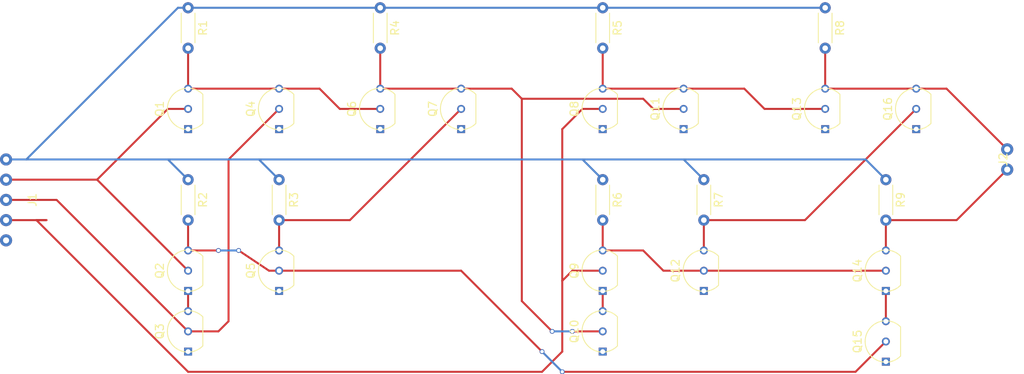
<source format=kicad_pcb>
(kicad_pcb (version 4) (host pcbnew 4.0.6)

  (general
    (links 43)
    (no_connects 0)
    (area 0 0 0 0)
    (thickness 1.6)
    (drawings 0)
    (tracks 95)
    (zones 0)
    (modules 27)
    (nets 31)
  )

  (page A4)
  (layers
    (0 F.Cu signal)
    (31 B.Cu signal)
    (32 B.Adhes user)
    (33 F.Adhes user)
    (34 B.Paste user)
    (35 F.Paste user)
    (36 B.SilkS user)
    (37 F.SilkS user)
    (38 B.Mask user)
    (39 F.Mask user)
    (40 Dwgs.User user)
    (41 Cmts.User user)
    (42 Eco1.User user)
    (43 Eco2.User user)
    (44 Edge.Cuts user)
    (45 Margin user)
    (46 B.CrtYd user)
    (47 F.CrtYd user)
    (48 B.Fab user)
    (49 F.Fab user)
  )

  (setup
    (last_trace_width 0.25)
    (trace_clearance 0.2)
    (zone_clearance 0.508)
    (zone_45_only no)
    (trace_min 0.2)
    (segment_width 0.2)
    (edge_width 0.15)
    (via_size 0.6)
    (via_drill 0.4)
    (via_min_size 0.4)
    (via_min_drill 0.3)
    (uvia_size 0.3)
    (uvia_drill 0.1)
    (uvias_allowed no)
    (uvia_min_size 0.2)
    (uvia_min_drill 0.1)
    (pcb_text_width 0.3)
    (pcb_text_size 1.5 1.5)
    (mod_edge_width 0.15)
    (mod_text_size 1 1)
    (mod_text_width 0.15)
    (pad_size 1.524 1.524)
    (pad_drill 0.762)
    (pad_to_mask_clearance 0.2)
    (aux_axis_origin 0 0)
    (visible_elements FFFFFF7F)
    (pcbplotparams
      (layerselection 0x00030_80000001)
      (usegerberextensions false)
      (excludeedgelayer true)
      (linewidth 0.100000)
      (plotframeref false)
      (viasonmask false)
      (mode 1)
      (useauxorigin false)
      (hpglpennumber 1)
      (hpglpenspeed 20)
      (hpglpendiameter 15)
      (hpglpenoverlay 2)
      (psnegative false)
      (psa4output false)
      (plotreference true)
      (plotvalue true)
      (plotinvisibletext false)
      (padsonsilk false)
      (subtractmaskfromsilk false)
      (outputformat 1)
      (mirror false)
      (drillshape 1)
      (scaleselection 1)
      (outputdirectory ""))
  )

  (net 0 "")
  (net 1 VCC)
  (net 2 /A)
  (net 3 /B)
  (net 4 /C)
  (net 5 "Net-(J1-Pad5)")
  (net 6 /CnorDnorCandD)
  (net 7 /Carry)
  (net 8 /AnorB)
  (net 9 "Net-(Q1-Pad1)")
  (net 10 /AnandB)
  (net 11 "Net-(Q2-Pad1)")
  (net 12 "Net-(Q3-Pad1)")
  (net 13 "Net-(Q4-Pad1)")
  (net 14 /AandB)
  (net 15 "Net-(Q5-Pad1)")
  (net 16 /AnorBnorAandB)
  (net 17 "Net-(Q6-Pad1)")
  (net 18 "Net-(Q7-Pad1)")
  (net 19 /CnorD)
  (net 20 "Net-(Q8-Pad1)")
  (net 21 /CnandD)
  (net 22 "Net-(Q10-Pad3)")
  (net 23 "Net-(Q10-Pad1)")
  (net 24 "Net-(Q11-Pad1)")
  (net 25 /CandD)
  (net 26 "Net-(Q12-Pad1)")
  (net 27 "Net-(Q13-Pad1)")
  (net 28 "Net-(Q14-Pad1)")
  (net 29 "Net-(Q15-Pad1)")
  (net 30 "Net-(Q16-Pad1)")

  (net_class Default "This is the default net class."
    (clearance 0.2)
    (trace_width 0.25)
    (via_dia 0.6)
    (via_drill 0.4)
    (uvia_dia 0.3)
    (uvia_drill 0.1)
    (add_net /A)
    (add_net /AandB)
    (add_net /AnandB)
    (add_net /AnorB)
    (add_net /AnorBnorAandB)
    (add_net /B)
    (add_net /C)
    (add_net /CandD)
    (add_net /Carry)
    (add_net /CnandD)
    (add_net /CnorD)
    (add_net /CnorDnorCandD)
    (add_net "Net-(J1-Pad5)")
    (add_net "Net-(Q1-Pad1)")
    (add_net "Net-(Q10-Pad1)")
    (add_net "Net-(Q10-Pad3)")
    (add_net "Net-(Q11-Pad1)")
    (add_net "Net-(Q12-Pad1)")
    (add_net "Net-(Q13-Pad1)")
    (add_net "Net-(Q14-Pad1)")
    (add_net "Net-(Q15-Pad1)")
    (add_net "Net-(Q16-Pad1)")
    (add_net "Net-(Q2-Pad1)")
    (add_net "Net-(Q3-Pad1)")
    (add_net "Net-(Q4-Pad1)")
    (add_net "Net-(Q5-Pad1)")
    (add_net "Net-(Q6-Pad1)")
    (add_net "Net-(Q7-Pad1)")
    (add_net "Net-(Q8-Pad1)")
    (add_net VCC)
  )

  (module emlun:J5-5_pole_connector (layer F.Cu) (tedit 59B9AE49) (tstamp 59B9C090)
    (at 68.58 86.36 270)
    (path /59BA8FD2)
    (fp_text reference J1 (at 0 0.5 270) (layer F.SilkS)
      (effects (font (size 1 1) (thickness 0.15)))
    )
    (fp_text value J5-5_pole_connector (at 0 -0.5 270) (layer F.Fab)
      (effects (font (size 1 1) (thickness 0.15)))
    )
    (pad 1 thru_hole circle (at -5.08 3.81 270) (size 1.524 1.524) (drill 0.762) (layers *.Cu *.Mask)
      (net 1 VCC))
    (pad 2 thru_hole circle (at -2.54 3.81 270) (size 1.524 1.524) (drill 0.762) (layers *.Cu *.Mask)
      (net 2 /A))
    (pad 3 thru_hole circle (at 0 3.81 270) (size 1.524 1.524) (drill 0.762) (layers *.Cu *.Mask)
      (net 3 /B))
    (pad 4 thru_hole circle (at 2.54 3.81 270) (size 1.524 1.524) (drill 0.762) (layers *.Cu *.Mask)
      (net 4 /C))
    (pad 5 thru_hole circle (at 5.08 3.81 270) (size 1.524 1.524) (drill 0.762) (layers *.Cu *.Mask)
      (net 5 "Net-(J1-Pad5)"))
  )

  (module emlun:J2-2_pole_connector (layer F.Cu) (tedit 59B9B8B6) (tstamp 59B9C096)
    (at 190.5 81.28 270)
    (path /59BA53D9)
    (fp_text reference J2 (at 0 0.5 270) (layer F.SilkS)
      (effects (font (size 1 1) (thickness 0.15)))
    )
    (fp_text value J2-2_pole_connector (at 0 -1.27 270) (layer F.Fab)
      (effects (font (size 1 1) (thickness 0.15)))
    )
    (pad 1 thru_hole circle (at -1.27 0 270) (size 1.524 1.524) (drill 0.762) (layers *.Cu *.Mask)
      (net 6 /CnorDnorCandD))
    (pad 2 thru_hole circle (at 1.27 0 270) (size 1.524 1.524) (drill 0.762) (layers *.Cu *.Mask)
      (net 7 /Carry))
  )

  (module electrokit:TO-92_Molded_Wide_Inline (layer F.Cu) (tedit 59B9A8DA) (tstamp 59B9C09D)
    (at 87.63 76.2 90)
    (descr "TO-92 leads molded, narrow, drill 0.6mm (see NXP sot054_po.pdf)")
    (tags "to-92 sc-43 sc-43a sot54 PA33 transistor")
    (path /59B9B09E)
    (fp_text reference Q1 (at 1.27 -3.56 90) (layer F.SilkS)
      (effects (font (size 1 1) (thickness 0.15)))
    )
    (fp_text value 2N7000 (at 1.27 2.79 90) (layer F.Fab)
      (effects (font (size 1 1) (thickness 0.15)))
    )
    (fp_text user %R (at 1.27 -3.56 90) (layer F.Fab)
      (effects (font (size 1 1) (thickness 0.15)))
    )
    (fp_line (start -0.53 1.85) (end 3.07 1.85) (layer F.SilkS) (width 0.12))
    (fp_line (start -0.5 1.75) (end 3 1.75) (layer F.Fab) (width 0.1))
    (fp_line (start -1.46 -2.73) (end 4 -2.73) (layer F.CrtYd) (width 0.05))
    (fp_line (start -1.46 -2.73) (end -1.46 2.01) (layer F.CrtYd) (width 0.05))
    (fp_line (start 4 2.01) (end 4 -2.73) (layer F.CrtYd) (width 0.05))
    (fp_line (start 4 2.01) (end -1.46 2.01) (layer F.CrtYd) (width 0.05))
    (fp_arc (start 1.27 0) (end 1.27 -2.48) (angle 135) (layer F.Fab) (width 0.1))
    (fp_arc (start 1.27 0) (end 1.27 -2.6) (angle -135) (layer F.SilkS) (width 0.12))
    (fp_arc (start 1.27 0) (end 1.27 -2.48) (angle -135) (layer F.Fab) (width 0.1))
    (fp_arc (start 1.27 0) (end 1.27 -2.6) (angle 135) (layer F.SilkS) (width 0.12))
    (pad 2 thru_hole circle (at 1.27 0 180) (size 1 1) (drill 0.6) (layers *.Cu *.Mask)
      (net 2 /A))
    (pad 3 thru_hole circle (at 3.81 0 180) (size 1 1) (drill 0.6) (layers *.Cu *.Mask)
      (net 8 /AnorB))
    (pad 1 thru_hole rect (at -1.27 0 180) (size 1 1) (drill 0.6) (layers *.Cu *.Mask)
      (net 9 "Net-(Q1-Pad1)"))
    (model ${KISYS3DMOD}/TO_SOT_Packages_THT.3dshapes/TO-92_Molded_Narrow.wrl
      (at (xyz 0.05 0 0))
      (scale (xyz 1 1 1))
      (rotate (xyz 0 0 -90))
    )
  )

  (module electrokit:TO-92_Molded_Wide_Inline (layer F.Cu) (tedit 59B9A8DA) (tstamp 59B9C0A4)
    (at 87.63 96.52 90)
    (descr "TO-92 leads molded, narrow, drill 0.6mm (see NXP sot054_po.pdf)")
    (tags "to-92 sc-43 sc-43a sot54 PA33 transistor")
    (path /59B9B177)
    (fp_text reference Q2 (at 1.27 -3.56 90) (layer F.SilkS)
      (effects (font (size 1 1) (thickness 0.15)))
    )
    (fp_text value 2N7000 (at 1.27 2.79 90) (layer F.Fab)
      (effects (font (size 1 1) (thickness 0.15)))
    )
    (fp_text user %R (at 1.27 -3.56 90) (layer F.Fab)
      (effects (font (size 1 1) (thickness 0.15)))
    )
    (fp_line (start -0.53 1.85) (end 3.07 1.85) (layer F.SilkS) (width 0.12))
    (fp_line (start -0.5 1.75) (end 3 1.75) (layer F.Fab) (width 0.1))
    (fp_line (start -1.46 -2.73) (end 4 -2.73) (layer F.CrtYd) (width 0.05))
    (fp_line (start -1.46 -2.73) (end -1.46 2.01) (layer F.CrtYd) (width 0.05))
    (fp_line (start 4 2.01) (end 4 -2.73) (layer F.CrtYd) (width 0.05))
    (fp_line (start 4 2.01) (end -1.46 2.01) (layer F.CrtYd) (width 0.05))
    (fp_arc (start 1.27 0) (end 1.27 -2.48) (angle 135) (layer F.Fab) (width 0.1))
    (fp_arc (start 1.27 0) (end 1.27 -2.6) (angle -135) (layer F.SilkS) (width 0.12))
    (fp_arc (start 1.27 0) (end 1.27 -2.48) (angle -135) (layer F.Fab) (width 0.1))
    (fp_arc (start 1.27 0) (end 1.27 -2.6) (angle 135) (layer F.SilkS) (width 0.12))
    (pad 2 thru_hole circle (at 1.27 0 180) (size 1 1) (drill 0.6) (layers *.Cu *.Mask)
      (net 2 /A))
    (pad 3 thru_hole circle (at 3.81 0 180) (size 1 1) (drill 0.6) (layers *.Cu *.Mask)
      (net 10 /AnandB))
    (pad 1 thru_hole rect (at -1.27 0 180) (size 1 1) (drill 0.6) (layers *.Cu *.Mask)
      (net 11 "Net-(Q2-Pad1)"))
    (model ${KISYS3DMOD}/TO_SOT_Packages_THT.3dshapes/TO-92_Molded_Narrow.wrl
      (at (xyz 0.05 0 0))
      (scale (xyz 1 1 1))
      (rotate (xyz 0 0 -90))
    )
  )

  (module electrokit:TO-92_Molded_Wide_Inline (layer F.Cu) (tedit 59B9A8DA) (tstamp 59B9C0AB)
    (at 87.63 104.14 90)
    (descr "TO-92 leads molded, narrow, drill 0.6mm (see NXP sot054_po.pdf)")
    (tags "to-92 sc-43 sc-43a sot54 PA33 transistor")
    (path /59B9B194)
    (fp_text reference Q3 (at 1.27 -3.56 90) (layer F.SilkS)
      (effects (font (size 1 1) (thickness 0.15)))
    )
    (fp_text value 2N7000 (at 1.27 2.79 90) (layer F.Fab)
      (effects (font (size 1 1) (thickness 0.15)))
    )
    (fp_text user %R (at 1.27 -3.56 90) (layer F.Fab)
      (effects (font (size 1 1) (thickness 0.15)))
    )
    (fp_line (start -0.53 1.85) (end 3.07 1.85) (layer F.SilkS) (width 0.12))
    (fp_line (start -0.5 1.75) (end 3 1.75) (layer F.Fab) (width 0.1))
    (fp_line (start -1.46 -2.73) (end 4 -2.73) (layer F.CrtYd) (width 0.05))
    (fp_line (start -1.46 -2.73) (end -1.46 2.01) (layer F.CrtYd) (width 0.05))
    (fp_line (start 4 2.01) (end 4 -2.73) (layer F.CrtYd) (width 0.05))
    (fp_line (start 4 2.01) (end -1.46 2.01) (layer F.CrtYd) (width 0.05))
    (fp_arc (start 1.27 0) (end 1.27 -2.48) (angle 135) (layer F.Fab) (width 0.1))
    (fp_arc (start 1.27 0) (end 1.27 -2.6) (angle -135) (layer F.SilkS) (width 0.12))
    (fp_arc (start 1.27 0) (end 1.27 -2.48) (angle -135) (layer F.Fab) (width 0.1))
    (fp_arc (start 1.27 0) (end 1.27 -2.6) (angle 135) (layer F.SilkS) (width 0.12))
    (pad 2 thru_hole circle (at 1.27 0 180) (size 1 1) (drill 0.6) (layers *.Cu *.Mask)
      (net 3 /B))
    (pad 3 thru_hole circle (at 3.81 0 180) (size 1 1) (drill 0.6) (layers *.Cu *.Mask)
      (net 11 "Net-(Q2-Pad1)"))
    (pad 1 thru_hole rect (at -1.27 0 180) (size 1 1) (drill 0.6) (layers *.Cu *.Mask)
      (net 12 "Net-(Q3-Pad1)"))
    (model ${KISYS3DMOD}/TO_SOT_Packages_THT.3dshapes/TO-92_Molded_Narrow.wrl
      (at (xyz 0.05 0 0))
      (scale (xyz 1 1 1))
      (rotate (xyz 0 0 -90))
    )
  )

  (module electrokit:TO-92_Molded_Wide_Inline (layer F.Cu) (tedit 59B9A8DA) (tstamp 59B9C0B2)
    (at 99.06 76.2 90)
    (descr "TO-92 leads molded, narrow, drill 0.6mm (see NXP sot054_po.pdf)")
    (tags "to-92 sc-43 sc-43a sot54 PA33 transistor")
    (path /59B9B1BD)
    (fp_text reference Q4 (at 1.27 -3.56 90) (layer F.SilkS)
      (effects (font (size 1 1) (thickness 0.15)))
    )
    (fp_text value 2N7000 (at 1.27 2.79 90) (layer F.Fab)
      (effects (font (size 1 1) (thickness 0.15)))
    )
    (fp_text user %R (at 1.27 -3.56 90) (layer F.Fab)
      (effects (font (size 1 1) (thickness 0.15)))
    )
    (fp_line (start -0.53 1.85) (end 3.07 1.85) (layer F.SilkS) (width 0.12))
    (fp_line (start -0.5 1.75) (end 3 1.75) (layer F.Fab) (width 0.1))
    (fp_line (start -1.46 -2.73) (end 4 -2.73) (layer F.CrtYd) (width 0.05))
    (fp_line (start -1.46 -2.73) (end -1.46 2.01) (layer F.CrtYd) (width 0.05))
    (fp_line (start 4 2.01) (end 4 -2.73) (layer F.CrtYd) (width 0.05))
    (fp_line (start 4 2.01) (end -1.46 2.01) (layer F.CrtYd) (width 0.05))
    (fp_arc (start 1.27 0) (end 1.27 -2.48) (angle 135) (layer F.Fab) (width 0.1))
    (fp_arc (start 1.27 0) (end 1.27 -2.6) (angle -135) (layer F.SilkS) (width 0.12))
    (fp_arc (start 1.27 0) (end 1.27 -2.48) (angle -135) (layer F.Fab) (width 0.1))
    (fp_arc (start 1.27 0) (end 1.27 -2.6) (angle 135) (layer F.SilkS) (width 0.12))
    (pad 2 thru_hole circle (at 1.27 0 180) (size 1 1) (drill 0.6) (layers *.Cu *.Mask)
      (net 3 /B))
    (pad 3 thru_hole circle (at 3.81 0 180) (size 1 1) (drill 0.6) (layers *.Cu *.Mask)
      (net 8 /AnorB))
    (pad 1 thru_hole rect (at -1.27 0 180) (size 1 1) (drill 0.6) (layers *.Cu *.Mask)
      (net 13 "Net-(Q4-Pad1)"))
    (model ${KISYS3DMOD}/TO_SOT_Packages_THT.3dshapes/TO-92_Molded_Narrow.wrl
      (at (xyz 0.05 0 0))
      (scale (xyz 1 1 1))
      (rotate (xyz 0 0 -90))
    )
  )

  (module electrokit:TO-92_Molded_Wide_Inline (layer F.Cu) (tedit 59B9A8DA) (tstamp 59B9C0B9)
    (at 99.06 96.52 90)
    (descr "TO-92 leads molded, narrow, drill 0.6mm (see NXP sot054_po.pdf)")
    (tags "to-92 sc-43 sc-43a sot54 PA33 transistor")
    (path /59B9B1E6)
    (fp_text reference Q5 (at 1.27 -3.56 90) (layer F.SilkS)
      (effects (font (size 1 1) (thickness 0.15)))
    )
    (fp_text value 2N7000 (at 1.27 2.79 90) (layer F.Fab)
      (effects (font (size 1 1) (thickness 0.15)))
    )
    (fp_text user %R (at 1.27 -3.56 90) (layer F.Fab)
      (effects (font (size 1 1) (thickness 0.15)))
    )
    (fp_line (start -0.53 1.85) (end 3.07 1.85) (layer F.SilkS) (width 0.12))
    (fp_line (start -0.5 1.75) (end 3 1.75) (layer F.Fab) (width 0.1))
    (fp_line (start -1.46 -2.73) (end 4 -2.73) (layer F.CrtYd) (width 0.05))
    (fp_line (start -1.46 -2.73) (end -1.46 2.01) (layer F.CrtYd) (width 0.05))
    (fp_line (start 4 2.01) (end 4 -2.73) (layer F.CrtYd) (width 0.05))
    (fp_line (start 4 2.01) (end -1.46 2.01) (layer F.CrtYd) (width 0.05))
    (fp_arc (start 1.27 0) (end 1.27 -2.48) (angle 135) (layer F.Fab) (width 0.1))
    (fp_arc (start 1.27 0) (end 1.27 -2.6) (angle -135) (layer F.SilkS) (width 0.12))
    (fp_arc (start 1.27 0) (end 1.27 -2.48) (angle -135) (layer F.Fab) (width 0.1))
    (fp_arc (start 1.27 0) (end 1.27 -2.6) (angle 135) (layer F.SilkS) (width 0.12))
    (pad 2 thru_hole circle (at 1.27 0 180) (size 1 1) (drill 0.6) (layers *.Cu *.Mask)
      (net 10 /AnandB))
    (pad 3 thru_hole circle (at 3.81 0 180) (size 1 1) (drill 0.6) (layers *.Cu *.Mask)
      (net 14 /AandB))
    (pad 1 thru_hole rect (at -1.27 0 180) (size 1 1) (drill 0.6) (layers *.Cu *.Mask)
      (net 15 "Net-(Q5-Pad1)"))
    (model ${KISYS3DMOD}/TO_SOT_Packages_THT.3dshapes/TO-92_Molded_Narrow.wrl
      (at (xyz 0.05 0 0))
      (scale (xyz 1 1 1))
      (rotate (xyz 0 0 -90))
    )
  )

  (module electrokit:TO-92_Molded_Wide_Inline (layer F.Cu) (tedit 59B9A8DA) (tstamp 59B9C0C0)
    (at 111.76 76.2 90)
    (descr "TO-92 leads molded, narrow, drill 0.6mm (see NXP sot054_po.pdf)")
    (tags "to-92 sc-43 sc-43a sot54 PA33 transistor")
    (path /59BA1158)
    (fp_text reference Q6 (at 1.27 -3.56 90) (layer F.SilkS)
      (effects (font (size 1 1) (thickness 0.15)))
    )
    (fp_text value 2N7000 (at 1.27 2.79 90) (layer F.Fab)
      (effects (font (size 1 1) (thickness 0.15)))
    )
    (fp_text user %R (at 1.27 -3.56 90) (layer F.Fab)
      (effects (font (size 1 1) (thickness 0.15)))
    )
    (fp_line (start -0.53 1.85) (end 3.07 1.85) (layer F.SilkS) (width 0.12))
    (fp_line (start -0.5 1.75) (end 3 1.75) (layer F.Fab) (width 0.1))
    (fp_line (start -1.46 -2.73) (end 4 -2.73) (layer F.CrtYd) (width 0.05))
    (fp_line (start -1.46 -2.73) (end -1.46 2.01) (layer F.CrtYd) (width 0.05))
    (fp_line (start 4 2.01) (end 4 -2.73) (layer F.CrtYd) (width 0.05))
    (fp_line (start 4 2.01) (end -1.46 2.01) (layer F.CrtYd) (width 0.05))
    (fp_arc (start 1.27 0) (end 1.27 -2.48) (angle 135) (layer F.Fab) (width 0.1))
    (fp_arc (start 1.27 0) (end 1.27 -2.6) (angle -135) (layer F.SilkS) (width 0.12))
    (fp_arc (start 1.27 0) (end 1.27 -2.48) (angle -135) (layer F.Fab) (width 0.1))
    (fp_arc (start 1.27 0) (end 1.27 -2.6) (angle 135) (layer F.SilkS) (width 0.12))
    (pad 2 thru_hole circle (at 1.27 0 180) (size 1 1) (drill 0.6) (layers *.Cu *.Mask)
      (net 8 /AnorB))
    (pad 3 thru_hole circle (at 3.81 0 180) (size 1 1) (drill 0.6) (layers *.Cu *.Mask)
      (net 16 /AnorBnorAandB))
    (pad 1 thru_hole rect (at -1.27 0 180) (size 1 1) (drill 0.6) (layers *.Cu *.Mask)
      (net 17 "Net-(Q6-Pad1)"))
    (model ${KISYS3DMOD}/TO_SOT_Packages_THT.3dshapes/TO-92_Molded_Narrow.wrl
      (at (xyz 0.05 0 0))
      (scale (xyz 1 1 1))
      (rotate (xyz 0 0 -90))
    )
  )

  (module electrokit:TO-92_Molded_Wide_Inline (layer F.Cu) (tedit 59B9A8DA) (tstamp 59B9C0C7)
    (at 121.92 76.2 90)
    (descr "TO-92 leads molded, narrow, drill 0.6mm (see NXP sot054_po.pdf)")
    (tags "to-92 sc-43 sc-43a sot54 PA33 transistor")
    (path /59BA115F)
    (fp_text reference Q7 (at 1.27 -3.56 90) (layer F.SilkS)
      (effects (font (size 1 1) (thickness 0.15)))
    )
    (fp_text value 2N7000 (at 1.27 2.79 90) (layer F.Fab)
      (effects (font (size 1 1) (thickness 0.15)))
    )
    (fp_text user %R (at 1.27 -3.56 90) (layer F.Fab)
      (effects (font (size 1 1) (thickness 0.15)))
    )
    (fp_line (start -0.53 1.85) (end 3.07 1.85) (layer F.SilkS) (width 0.12))
    (fp_line (start -0.5 1.75) (end 3 1.75) (layer F.Fab) (width 0.1))
    (fp_line (start -1.46 -2.73) (end 4 -2.73) (layer F.CrtYd) (width 0.05))
    (fp_line (start -1.46 -2.73) (end -1.46 2.01) (layer F.CrtYd) (width 0.05))
    (fp_line (start 4 2.01) (end 4 -2.73) (layer F.CrtYd) (width 0.05))
    (fp_line (start 4 2.01) (end -1.46 2.01) (layer F.CrtYd) (width 0.05))
    (fp_arc (start 1.27 0) (end 1.27 -2.48) (angle 135) (layer F.Fab) (width 0.1))
    (fp_arc (start 1.27 0) (end 1.27 -2.6) (angle -135) (layer F.SilkS) (width 0.12))
    (fp_arc (start 1.27 0) (end 1.27 -2.48) (angle -135) (layer F.Fab) (width 0.1))
    (fp_arc (start 1.27 0) (end 1.27 -2.6) (angle 135) (layer F.SilkS) (width 0.12))
    (pad 2 thru_hole circle (at 1.27 0 180) (size 1 1) (drill 0.6) (layers *.Cu *.Mask)
      (net 14 /AandB))
    (pad 3 thru_hole circle (at 3.81 0 180) (size 1 1) (drill 0.6) (layers *.Cu *.Mask)
      (net 16 /AnorBnorAandB))
    (pad 1 thru_hole rect (at -1.27 0 180) (size 1 1) (drill 0.6) (layers *.Cu *.Mask)
      (net 18 "Net-(Q7-Pad1)"))
    (model ${KISYS3DMOD}/TO_SOT_Packages_THT.3dshapes/TO-92_Molded_Narrow.wrl
      (at (xyz 0.05 0 0))
      (scale (xyz 1 1 1))
      (rotate (xyz 0 0 -90))
    )
  )

  (module electrokit:TO-92_Molded_Wide_Inline (layer F.Cu) (tedit 59B9A8DA) (tstamp 59B9C0CE)
    (at 139.7 76.2 90)
    (descr "TO-92 leads molded, narrow, drill 0.6mm (see NXP sot054_po.pdf)")
    (tags "to-92 sc-43 sc-43a sot54 PA33 transistor")
    (path /59BA1EDE)
    (fp_text reference Q8 (at 1.27 -3.56 90) (layer F.SilkS)
      (effects (font (size 1 1) (thickness 0.15)))
    )
    (fp_text value 2N7000 (at 1.27 2.79 90) (layer F.Fab)
      (effects (font (size 1 1) (thickness 0.15)))
    )
    (fp_text user %R (at 1.27 -3.56 90) (layer F.Fab)
      (effects (font (size 1 1) (thickness 0.15)))
    )
    (fp_line (start -0.53 1.85) (end 3.07 1.85) (layer F.SilkS) (width 0.12))
    (fp_line (start -0.5 1.75) (end 3 1.75) (layer F.Fab) (width 0.1))
    (fp_line (start -1.46 -2.73) (end 4 -2.73) (layer F.CrtYd) (width 0.05))
    (fp_line (start -1.46 -2.73) (end -1.46 2.01) (layer F.CrtYd) (width 0.05))
    (fp_line (start 4 2.01) (end 4 -2.73) (layer F.CrtYd) (width 0.05))
    (fp_line (start 4 2.01) (end -1.46 2.01) (layer F.CrtYd) (width 0.05))
    (fp_arc (start 1.27 0) (end 1.27 -2.48) (angle 135) (layer F.Fab) (width 0.1))
    (fp_arc (start 1.27 0) (end 1.27 -2.6) (angle -135) (layer F.SilkS) (width 0.12))
    (fp_arc (start 1.27 0) (end 1.27 -2.48) (angle -135) (layer F.Fab) (width 0.1))
    (fp_arc (start 1.27 0) (end 1.27 -2.6) (angle 135) (layer F.SilkS) (width 0.12))
    (pad 2 thru_hole circle (at 1.27 0 180) (size 1 1) (drill 0.6) (layers *.Cu *.Mask)
      (net 4 /C))
    (pad 3 thru_hole circle (at 3.81 0 180) (size 1 1) (drill 0.6) (layers *.Cu *.Mask)
      (net 19 /CnorD))
    (pad 1 thru_hole rect (at -1.27 0 180) (size 1 1) (drill 0.6) (layers *.Cu *.Mask)
      (net 20 "Net-(Q8-Pad1)"))
    (model ${KISYS3DMOD}/TO_SOT_Packages_THT.3dshapes/TO-92_Molded_Narrow.wrl
      (at (xyz 0.05 0 0))
      (scale (xyz 1 1 1))
      (rotate (xyz 0 0 -90))
    )
  )

  (module electrokit:TO-92_Molded_Wide_Inline (layer F.Cu) (tedit 59B9A8DA) (tstamp 59B9C0D5)
    (at 139.7 96.52 90)
    (descr "TO-92 leads molded, narrow, drill 0.6mm (see NXP sot054_po.pdf)")
    (tags "to-92 sc-43 sc-43a sot54 PA33 transistor")
    (path /59BA2EAE)
    (fp_text reference Q9 (at 1.27 -3.56 90) (layer F.SilkS)
      (effects (font (size 1 1) (thickness 0.15)))
    )
    (fp_text value 2N7000 (at 1.27 2.79 90) (layer F.Fab)
      (effects (font (size 1 1) (thickness 0.15)))
    )
    (fp_text user %R (at 1.27 -3.56 90) (layer F.Fab)
      (effects (font (size 1 1) (thickness 0.15)))
    )
    (fp_line (start -0.53 1.85) (end 3.07 1.85) (layer F.SilkS) (width 0.12))
    (fp_line (start -0.5 1.75) (end 3 1.75) (layer F.Fab) (width 0.1))
    (fp_line (start -1.46 -2.73) (end 4 -2.73) (layer F.CrtYd) (width 0.05))
    (fp_line (start -1.46 -2.73) (end -1.46 2.01) (layer F.CrtYd) (width 0.05))
    (fp_line (start 4 2.01) (end 4 -2.73) (layer F.CrtYd) (width 0.05))
    (fp_line (start 4 2.01) (end -1.46 2.01) (layer F.CrtYd) (width 0.05))
    (fp_arc (start 1.27 0) (end 1.27 -2.48) (angle 135) (layer F.Fab) (width 0.1))
    (fp_arc (start 1.27 0) (end 1.27 -2.6) (angle -135) (layer F.SilkS) (width 0.12))
    (fp_arc (start 1.27 0) (end 1.27 -2.48) (angle -135) (layer F.Fab) (width 0.1))
    (fp_arc (start 1.27 0) (end 1.27 -2.6) (angle 135) (layer F.SilkS) (width 0.12))
    (pad 2 thru_hole circle (at 1.27 0 180) (size 1 1) (drill 0.6) (layers *.Cu *.Mask)
      (net 4 /C))
    (pad 3 thru_hole circle (at 3.81 0 180) (size 1 1) (drill 0.6) (layers *.Cu *.Mask)
      (net 21 /CnandD))
    (pad 1 thru_hole rect (at -1.27 0 180) (size 1 1) (drill 0.6) (layers *.Cu *.Mask)
      (net 22 "Net-(Q10-Pad3)"))
    (model ${KISYS3DMOD}/TO_SOT_Packages_THT.3dshapes/TO-92_Molded_Narrow.wrl
      (at (xyz 0.05 0 0))
      (scale (xyz 1 1 1))
      (rotate (xyz 0 0 -90))
    )
  )

  (module electrokit:TO-92_Molded_Wide_Inline (layer F.Cu) (tedit 59B9A8DA) (tstamp 59B9C0DC)
    (at 139.7 104.14 90)
    (descr "TO-92 leads molded, narrow, drill 0.6mm (see NXP sot054_po.pdf)")
    (tags "to-92 sc-43 sc-43a sot54 PA33 transistor")
    (path /59BA2EB5)
    (fp_text reference Q10 (at 1.27 -3.56 90) (layer F.SilkS)
      (effects (font (size 1 1) (thickness 0.15)))
    )
    (fp_text value 2N7000 (at 1.27 2.79 90) (layer F.Fab)
      (effects (font (size 1 1) (thickness 0.15)))
    )
    (fp_text user %R (at 1.27 -3.56 90) (layer F.Fab)
      (effects (font (size 1 1) (thickness 0.15)))
    )
    (fp_line (start -0.53 1.85) (end 3.07 1.85) (layer F.SilkS) (width 0.12))
    (fp_line (start -0.5 1.75) (end 3 1.75) (layer F.Fab) (width 0.1))
    (fp_line (start -1.46 -2.73) (end 4 -2.73) (layer F.CrtYd) (width 0.05))
    (fp_line (start -1.46 -2.73) (end -1.46 2.01) (layer F.CrtYd) (width 0.05))
    (fp_line (start 4 2.01) (end 4 -2.73) (layer F.CrtYd) (width 0.05))
    (fp_line (start 4 2.01) (end -1.46 2.01) (layer F.CrtYd) (width 0.05))
    (fp_arc (start 1.27 0) (end 1.27 -2.48) (angle 135) (layer F.Fab) (width 0.1))
    (fp_arc (start 1.27 0) (end 1.27 -2.6) (angle -135) (layer F.SilkS) (width 0.12))
    (fp_arc (start 1.27 0) (end 1.27 -2.48) (angle -135) (layer F.Fab) (width 0.1))
    (fp_arc (start 1.27 0) (end 1.27 -2.6) (angle 135) (layer F.SilkS) (width 0.12))
    (pad 2 thru_hole circle (at 1.27 0 180) (size 1 1) (drill 0.6) (layers *.Cu *.Mask)
      (net 16 /AnorBnorAandB))
    (pad 3 thru_hole circle (at 3.81 0 180) (size 1 1) (drill 0.6) (layers *.Cu *.Mask)
      (net 22 "Net-(Q10-Pad3)"))
    (pad 1 thru_hole rect (at -1.27 0 180) (size 1 1) (drill 0.6) (layers *.Cu *.Mask)
      (net 23 "Net-(Q10-Pad1)"))
    (model ${KISYS3DMOD}/TO_SOT_Packages_THT.3dshapes/TO-92_Molded_Narrow.wrl
      (at (xyz 0.05 0 0))
      (scale (xyz 1 1 1))
      (rotate (xyz 0 0 -90))
    )
  )

  (module electrokit:TO-92_Molded_Wide_Inline (layer F.Cu) (tedit 59B9A8DA) (tstamp 59B9C0E3)
    (at 149.86 76.2 90)
    (descr "TO-92 leads molded, narrow, drill 0.6mm (see NXP sot054_po.pdf)")
    (tags "to-92 sc-43 sc-43a sot54 PA33 transistor")
    (path /59BA1EE5)
    (fp_text reference Q11 (at 1.27 -3.56 90) (layer F.SilkS)
      (effects (font (size 1 1) (thickness 0.15)))
    )
    (fp_text value 2N7000 (at 1.27 2.79 90) (layer F.Fab)
      (effects (font (size 1 1) (thickness 0.15)))
    )
    (fp_text user %R (at 1.27 -3.56 90) (layer F.Fab)
      (effects (font (size 1 1) (thickness 0.15)))
    )
    (fp_line (start -0.53 1.85) (end 3.07 1.85) (layer F.SilkS) (width 0.12))
    (fp_line (start -0.5 1.75) (end 3 1.75) (layer F.Fab) (width 0.1))
    (fp_line (start -1.46 -2.73) (end 4 -2.73) (layer F.CrtYd) (width 0.05))
    (fp_line (start -1.46 -2.73) (end -1.46 2.01) (layer F.CrtYd) (width 0.05))
    (fp_line (start 4 2.01) (end 4 -2.73) (layer F.CrtYd) (width 0.05))
    (fp_line (start 4 2.01) (end -1.46 2.01) (layer F.CrtYd) (width 0.05))
    (fp_arc (start 1.27 0) (end 1.27 -2.48) (angle 135) (layer F.Fab) (width 0.1))
    (fp_arc (start 1.27 0) (end 1.27 -2.6) (angle -135) (layer F.SilkS) (width 0.12))
    (fp_arc (start 1.27 0) (end 1.27 -2.48) (angle -135) (layer F.Fab) (width 0.1))
    (fp_arc (start 1.27 0) (end 1.27 -2.6) (angle 135) (layer F.SilkS) (width 0.12))
    (pad 2 thru_hole circle (at 1.27 0 180) (size 1 1) (drill 0.6) (layers *.Cu *.Mask)
      (net 16 /AnorBnorAandB))
    (pad 3 thru_hole circle (at 3.81 0 180) (size 1 1) (drill 0.6) (layers *.Cu *.Mask)
      (net 19 /CnorD))
    (pad 1 thru_hole rect (at -1.27 0 180) (size 1 1) (drill 0.6) (layers *.Cu *.Mask)
      (net 24 "Net-(Q11-Pad1)"))
    (model ${KISYS3DMOD}/TO_SOT_Packages_THT.3dshapes/TO-92_Molded_Narrow.wrl
      (at (xyz 0.05 0 0))
      (scale (xyz 1 1 1))
      (rotate (xyz 0 0 -90))
    )
  )

  (module electrokit:TO-92_Molded_Wide_Inline (layer F.Cu) (tedit 59B9A8DA) (tstamp 59B9C0EA)
    (at 152.4 96.52 90)
    (descr "TO-92 leads molded, narrow, drill 0.6mm (see NXP sot054_po.pdf)")
    (tags "to-92 sc-43 sc-43a sot54 PA33 transistor")
    (path /59BA2EBC)
    (fp_text reference Q12 (at 1.27 -3.56 90) (layer F.SilkS)
      (effects (font (size 1 1) (thickness 0.15)))
    )
    (fp_text value 2N7000 (at 1.27 2.79 90) (layer F.Fab)
      (effects (font (size 1 1) (thickness 0.15)))
    )
    (fp_text user %R (at 1.27 -3.56 90) (layer F.Fab)
      (effects (font (size 1 1) (thickness 0.15)))
    )
    (fp_line (start -0.53 1.85) (end 3.07 1.85) (layer F.SilkS) (width 0.12))
    (fp_line (start -0.5 1.75) (end 3 1.75) (layer F.Fab) (width 0.1))
    (fp_line (start -1.46 -2.73) (end 4 -2.73) (layer F.CrtYd) (width 0.05))
    (fp_line (start -1.46 -2.73) (end -1.46 2.01) (layer F.CrtYd) (width 0.05))
    (fp_line (start 4 2.01) (end 4 -2.73) (layer F.CrtYd) (width 0.05))
    (fp_line (start 4 2.01) (end -1.46 2.01) (layer F.CrtYd) (width 0.05))
    (fp_arc (start 1.27 0) (end 1.27 -2.48) (angle 135) (layer F.Fab) (width 0.1))
    (fp_arc (start 1.27 0) (end 1.27 -2.6) (angle -135) (layer F.SilkS) (width 0.12))
    (fp_arc (start 1.27 0) (end 1.27 -2.48) (angle -135) (layer F.Fab) (width 0.1))
    (fp_arc (start 1.27 0) (end 1.27 -2.6) (angle 135) (layer F.SilkS) (width 0.12))
    (pad 2 thru_hole circle (at 1.27 0 180) (size 1 1) (drill 0.6) (layers *.Cu *.Mask)
      (net 21 /CnandD))
    (pad 3 thru_hole circle (at 3.81 0 180) (size 1 1) (drill 0.6) (layers *.Cu *.Mask)
      (net 25 /CandD))
    (pad 1 thru_hole rect (at -1.27 0 180) (size 1 1) (drill 0.6) (layers *.Cu *.Mask)
      (net 26 "Net-(Q12-Pad1)"))
    (model ${KISYS3DMOD}/TO_SOT_Packages_THT.3dshapes/TO-92_Molded_Narrow.wrl
      (at (xyz 0.05 0 0))
      (scale (xyz 1 1 1))
      (rotate (xyz 0 0 -90))
    )
  )

  (module electrokit:TO-92_Molded_Wide_Inline (layer F.Cu) (tedit 59B9A8DA) (tstamp 59B9C0F1)
    (at 167.64 76.2 90)
    (descr "TO-92 leads molded, narrow, drill 0.6mm (see NXP sot054_po.pdf)")
    (tags "to-92 sc-43 sc-43a sot54 PA33 transistor")
    (path /59BA32C0)
    (fp_text reference Q13 (at 1.27 -3.56 90) (layer F.SilkS)
      (effects (font (size 1 1) (thickness 0.15)))
    )
    (fp_text value 2N7000 (at 1.27 2.79 90) (layer F.Fab)
      (effects (font (size 1 1) (thickness 0.15)))
    )
    (fp_text user %R (at 1.27 -3.56 90) (layer F.Fab)
      (effects (font (size 1 1) (thickness 0.15)))
    )
    (fp_line (start -0.53 1.85) (end 3.07 1.85) (layer F.SilkS) (width 0.12))
    (fp_line (start -0.5 1.75) (end 3 1.75) (layer F.Fab) (width 0.1))
    (fp_line (start -1.46 -2.73) (end 4 -2.73) (layer F.CrtYd) (width 0.05))
    (fp_line (start -1.46 -2.73) (end -1.46 2.01) (layer F.CrtYd) (width 0.05))
    (fp_line (start 4 2.01) (end 4 -2.73) (layer F.CrtYd) (width 0.05))
    (fp_line (start 4 2.01) (end -1.46 2.01) (layer F.CrtYd) (width 0.05))
    (fp_arc (start 1.27 0) (end 1.27 -2.48) (angle 135) (layer F.Fab) (width 0.1))
    (fp_arc (start 1.27 0) (end 1.27 -2.6) (angle -135) (layer F.SilkS) (width 0.12))
    (fp_arc (start 1.27 0) (end 1.27 -2.48) (angle -135) (layer F.Fab) (width 0.1))
    (fp_arc (start 1.27 0) (end 1.27 -2.6) (angle 135) (layer F.SilkS) (width 0.12))
    (pad 2 thru_hole circle (at 1.27 0 180) (size 1 1) (drill 0.6) (layers *.Cu *.Mask)
      (net 19 /CnorD))
    (pad 3 thru_hole circle (at 3.81 0 180) (size 1 1) (drill 0.6) (layers *.Cu *.Mask)
      (net 6 /CnorDnorCandD))
    (pad 1 thru_hole rect (at -1.27 0 180) (size 1 1) (drill 0.6) (layers *.Cu *.Mask)
      (net 27 "Net-(Q13-Pad1)"))
    (model ${KISYS3DMOD}/TO_SOT_Packages_THT.3dshapes/TO-92_Molded_Narrow.wrl
      (at (xyz 0.05 0 0))
      (scale (xyz 1 1 1))
      (rotate (xyz 0 0 -90))
    )
  )

  (module electrokit:TO-92_Molded_Wide_Inline (layer F.Cu) (tedit 59B9A8DA) (tstamp 59B9C0F8)
    (at 175.26 96.52 90)
    (descr "TO-92 leads molded, narrow, drill 0.6mm (see NXP sot054_po.pdf)")
    (tags "to-92 sc-43 sc-43a sot54 PA33 transistor")
    (path /59BA4689)
    (fp_text reference Q14 (at 1.27 -3.56 90) (layer F.SilkS)
      (effects (font (size 1 1) (thickness 0.15)))
    )
    (fp_text value 2N7000 (at 1.27 2.79 90) (layer F.Fab)
      (effects (font (size 1 1) (thickness 0.15)))
    )
    (fp_text user %R (at 1.27 -3.56 90) (layer F.Fab)
      (effects (font (size 1 1) (thickness 0.15)))
    )
    (fp_line (start -0.53 1.85) (end 3.07 1.85) (layer F.SilkS) (width 0.12))
    (fp_line (start -0.5 1.75) (end 3 1.75) (layer F.Fab) (width 0.1))
    (fp_line (start -1.46 -2.73) (end 4 -2.73) (layer F.CrtYd) (width 0.05))
    (fp_line (start -1.46 -2.73) (end -1.46 2.01) (layer F.CrtYd) (width 0.05))
    (fp_line (start 4 2.01) (end 4 -2.73) (layer F.CrtYd) (width 0.05))
    (fp_line (start 4 2.01) (end -1.46 2.01) (layer F.CrtYd) (width 0.05))
    (fp_arc (start 1.27 0) (end 1.27 -2.48) (angle 135) (layer F.Fab) (width 0.1))
    (fp_arc (start 1.27 0) (end 1.27 -2.6) (angle -135) (layer F.SilkS) (width 0.12))
    (fp_arc (start 1.27 0) (end 1.27 -2.48) (angle -135) (layer F.Fab) (width 0.1))
    (fp_arc (start 1.27 0) (end 1.27 -2.6) (angle 135) (layer F.SilkS) (width 0.12))
    (pad 2 thru_hole circle (at 1.27 0 180) (size 1 1) (drill 0.6) (layers *.Cu *.Mask)
      (net 21 /CnandD))
    (pad 3 thru_hole circle (at 3.81 0 180) (size 1 1) (drill 0.6) (layers *.Cu *.Mask)
      (net 7 /Carry))
    (pad 1 thru_hole rect (at -1.27 0 180) (size 1 1) (drill 0.6) (layers *.Cu *.Mask)
      (net 28 "Net-(Q14-Pad1)"))
    (model ${KISYS3DMOD}/TO_SOT_Packages_THT.3dshapes/TO-92_Molded_Narrow.wrl
      (at (xyz 0.05 0 0))
      (scale (xyz 1 1 1))
      (rotate (xyz 0 0 -90))
    )
  )

  (module electrokit:TO-92_Molded_Wide_Inline (layer F.Cu) (tedit 59B9A8DA) (tstamp 59B9C0FF)
    (at 175.26 105.41 90)
    (descr "TO-92 leads molded, narrow, drill 0.6mm (see NXP sot054_po.pdf)")
    (tags "to-92 sc-43 sc-43a sot54 PA33 transistor")
    (path /59BA4690)
    (fp_text reference Q15 (at 1.27 -3.56 90) (layer F.SilkS)
      (effects (font (size 1 1) (thickness 0.15)))
    )
    (fp_text value 2N7000 (at 1.27 2.79 90) (layer F.Fab)
      (effects (font (size 1 1) (thickness 0.15)))
    )
    (fp_text user %R (at 1.27 -3.56 90) (layer F.Fab)
      (effects (font (size 1 1) (thickness 0.15)))
    )
    (fp_line (start -0.53 1.85) (end 3.07 1.85) (layer F.SilkS) (width 0.12))
    (fp_line (start -0.5 1.75) (end 3 1.75) (layer F.Fab) (width 0.1))
    (fp_line (start -1.46 -2.73) (end 4 -2.73) (layer F.CrtYd) (width 0.05))
    (fp_line (start -1.46 -2.73) (end -1.46 2.01) (layer F.CrtYd) (width 0.05))
    (fp_line (start 4 2.01) (end 4 -2.73) (layer F.CrtYd) (width 0.05))
    (fp_line (start 4 2.01) (end -1.46 2.01) (layer F.CrtYd) (width 0.05))
    (fp_arc (start 1.27 0) (end 1.27 -2.48) (angle 135) (layer F.Fab) (width 0.1))
    (fp_arc (start 1.27 0) (end 1.27 -2.6) (angle -135) (layer F.SilkS) (width 0.12))
    (fp_arc (start 1.27 0) (end 1.27 -2.48) (angle -135) (layer F.Fab) (width 0.1))
    (fp_arc (start 1.27 0) (end 1.27 -2.6) (angle 135) (layer F.SilkS) (width 0.12))
    (pad 2 thru_hole circle (at 1.27 0 180) (size 1 1) (drill 0.6) (layers *.Cu *.Mask)
      (net 10 /AnandB))
    (pad 3 thru_hole circle (at 3.81 0 180) (size 1 1) (drill 0.6) (layers *.Cu *.Mask)
      (net 28 "Net-(Q14-Pad1)"))
    (pad 1 thru_hole rect (at -1.27 0 180) (size 1 1) (drill 0.6) (layers *.Cu *.Mask)
      (net 29 "Net-(Q15-Pad1)"))
    (model ${KISYS3DMOD}/TO_SOT_Packages_THT.3dshapes/TO-92_Molded_Narrow.wrl
      (at (xyz 0.05 0 0))
      (scale (xyz 1 1 1))
      (rotate (xyz 0 0 -90))
    )
  )

  (module electrokit:TO-92_Molded_Wide_Inline (layer F.Cu) (tedit 59B9A8DA) (tstamp 59B9C106)
    (at 179.07 76.2 90)
    (descr "TO-92 leads molded, narrow, drill 0.6mm (see NXP sot054_po.pdf)")
    (tags "to-92 sc-43 sc-43a sot54 PA33 transistor")
    (path /59BA32C7)
    (fp_text reference Q16 (at 1.27 -3.56 90) (layer F.SilkS)
      (effects (font (size 1 1) (thickness 0.15)))
    )
    (fp_text value 2N7000 (at 1.27 2.79 90) (layer F.Fab)
      (effects (font (size 1 1) (thickness 0.15)))
    )
    (fp_text user %R (at 1.27 -3.56 90) (layer F.Fab)
      (effects (font (size 1 1) (thickness 0.15)))
    )
    (fp_line (start -0.53 1.85) (end 3.07 1.85) (layer F.SilkS) (width 0.12))
    (fp_line (start -0.5 1.75) (end 3 1.75) (layer F.Fab) (width 0.1))
    (fp_line (start -1.46 -2.73) (end 4 -2.73) (layer F.CrtYd) (width 0.05))
    (fp_line (start -1.46 -2.73) (end -1.46 2.01) (layer F.CrtYd) (width 0.05))
    (fp_line (start 4 2.01) (end 4 -2.73) (layer F.CrtYd) (width 0.05))
    (fp_line (start 4 2.01) (end -1.46 2.01) (layer F.CrtYd) (width 0.05))
    (fp_arc (start 1.27 0) (end 1.27 -2.48) (angle 135) (layer F.Fab) (width 0.1))
    (fp_arc (start 1.27 0) (end 1.27 -2.6) (angle -135) (layer F.SilkS) (width 0.12))
    (fp_arc (start 1.27 0) (end 1.27 -2.48) (angle -135) (layer F.Fab) (width 0.1))
    (fp_arc (start 1.27 0) (end 1.27 -2.6) (angle 135) (layer F.SilkS) (width 0.12))
    (pad 2 thru_hole circle (at 1.27 0 180) (size 1 1) (drill 0.6) (layers *.Cu *.Mask)
      (net 25 /CandD))
    (pad 3 thru_hole circle (at 3.81 0 180) (size 1 1) (drill 0.6) (layers *.Cu *.Mask)
      (net 6 /CnorDnorCandD))
    (pad 1 thru_hole rect (at -1.27 0 180) (size 1 1) (drill 0.6) (layers *.Cu *.Mask)
      (net 30 "Net-(Q16-Pad1)"))
    (model ${KISYS3DMOD}/TO_SOT_Packages_THT.3dshapes/TO-92_Molded_Narrow.wrl
      (at (xyz 0.05 0 0))
      (scale (xyz 1 1 1))
      (rotate (xyz 0 0 -90))
    )
  )

  (module Resistors_THT:R_Axial_DIN0204_L3.6mm_D1.6mm_P5.08mm_Horizontal (layer F.Cu) (tedit 5874F706) (tstamp 59B9C10C)
    (at 87.63 62.23 270)
    (descr "Resistor, Axial_DIN0204 series, Axial, Horizontal, pin pitch=5.08mm, 0.16666666666666666W = 1/6W, length*diameter=3.6*1.6mm^2, http://cdn-reichelt.de/documents/datenblatt/B400/1_4W%23YAG.pdf")
    (tags "Resistor Axial_DIN0204 series Axial Horizontal pin pitch 5.08mm 0.16666666666666666W = 1/6W length 3.6mm diameter 1.6mm")
    (path /59B9C4D6)
    (fp_text reference R1 (at 2.54 -1.86 270) (layer F.SilkS)
      (effects (font (size 1 1) (thickness 0.15)))
    )
    (fp_text value 1M (at 2.54 1.86 270) (layer F.Fab)
      (effects (font (size 1 1) (thickness 0.15)))
    )
    (fp_line (start 0.74 -0.8) (end 0.74 0.8) (layer F.Fab) (width 0.1))
    (fp_line (start 0.74 0.8) (end 4.34 0.8) (layer F.Fab) (width 0.1))
    (fp_line (start 4.34 0.8) (end 4.34 -0.8) (layer F.Fab) (width 0.1))
    (fp_line (start 4.34 -0.8) (end 0.74 -0.8) (layer F.Fab) (width 0.1))
    (fp_line (start 0 0) (end 0.74 0) (layer F.Fab) (width 0.1))
    (fp_line (start 5.08 0) (end 4.34 0) (layer F.Fab) (width 0.1))
    (fp_line (start 0.68 -0.86) (end 4.4 -0.86) (layer F.SilkS) (width 0.12))
    (fp_line (start 0.68 0.86) (end 4.4 0.86) (layer F.SilkS) (width 0.12))
    (fp_line (start -0.95 -1.15) (end -0.95 1.15) (layer F.CrtYd) (width 0.05))
    (fp_line (start -0.95 1.15) (end 6.05 1.15) (layer F.CrtYd) (width 0.05))
    (fp_line (start 6.05 1.15) (end 6.05 -1.15) (layer F.CrtYd) (width 0.05))
    (fp_line (start 6.05 -1.15) (end -0.95 -1.15) (layer F.CrtYd) (width 0.05))
    (pad 1 thru_hole circle (at 0 0 270) (size 1.4 1.4) (drill 0.7) (layers *.Cu *.Mask)
      (net 1 VCC))
    (pad 2 thru_hole oval (at 5.08 0 270) (size 1.4 1.4) (drill 0.7) (layers *.Cu *.Mask)
      (net 8 /AnorB))
    (model ${KISYS3DMOD}/Resistors_THT.3dshapes/R_Axial_DIN0204_L3.6mm_D1.6mm_P5.08mm_Horizontal.wrl
      (at (xyz 0 0 0))
      (scale (xyz 0.393701 0.393701 0.393701))
      (rotate (xyz 0 0 0))
    )
  )

  (module Resistors_THT:R_Axial_DIN0204_L3.6mm_D1.6mm_P5.08mm_Horizontal (layer F.Cu) (tedit 5874F706) (tstamp 59B9C112)
    (at 87.63 83.82 270)
    (descr "Resistor, Axial_DIN0204 series, Axial, Horizontal, pin pitch=5.08mm, 0.16666666666666666W = 1/6W, length*diameter=3.6*1.6mm^2, http://cdn-reichelt.de/documents/datenblatt/B400/1_4W%23YAG.pdf")
    (tags "Resistor Axial_DIN0204 series Axial Horizontal pin pitch 5.08mm 0.16666666666666666W = 1/6W length 3.6mm diameter 1.6mm")
    (path /59B9CF9E)
    (fp_text reference R2 (at 2.54 -1.86 270) (layer F.SilkS)
      (effects (font (size 1 1) (thickness 0.15)))
    )
    (fp_text value 1M (at 2.54 1.86 270) (layer F.Fab)
      (effects (font (size 1 1) (thickness 0.15)))
    )
    (fp_line (start 0.74 -0.8) (end 0.74 0.8) (layer F.Fab) (width 0.1))
    (fp_line (start 0.74 0.8) (end 4.34 0.8) (layer F.Fab) (width 0.1))
    (fp_line (start 4.34 0.8) (end 4.34 -0.8) (layer F.Fab) (width 0.1))
    (fp_line (start 4.34 -0.8) (end 0.74 -0.8) (layer F.Fab) (width 0.1))
    (fp_line (start 0 0) (end 0.74 0) (layer F.Fab) (width 0.1))
    (fp_line (start 5.08 0) (end 4.34 0) (layer F.Fab) (width 0.1))
    (fp_line (start 0.68 -0.86) (end 4.4 -0.86) (layer F.SilkS) (width 0.12))
    (fp_line (start 0.68 0.86) (end 4.4 0.86) (layer F.SilkS) (width 0.12))
    (fp_line (start -0.95 -1.15) (end -0.95 1.15) (layer F.CrtYd) (width 0.05))
    (fp_line (start -0.95 1.15) (end 6.05 1.15) (layer F.CrtYd) (width 0.05))
    (fp_line (start 6.05 1.15) (end 6.05 -1.15) (layer F.CrtYd) (width 0.05))
    (fp_line (start 6.05 -1.15) (end -0.95 -1.15) (layer F.CrtYd) (width 0.05))
    (pad 1 thru_hole circle (at 0 0 270) (size 1.4 1.4) (drill 0.7) (layers *.Cu *.Mask)
      (net 1 VCC))
    (pad 2 thru_hole oval (at 5.08 0 270) (size 1.4 1.4) (drill 0.7) (layers *.Cu *.Mask)
      (net 10 /AnandB))
    (model ${KISYS3DMOD}/Resistors_THT.3dshapes/R_Axial_DIN0204_L3.6mm_D1.6mm_P5.08mm_Horizontal.wrl
      (at (xyz 0 0 0))
      (scale (xyz 0.393701 0.393701 0.393701))
      (rotate (xyz 0 0 0))
    )
  )

  (module Resistors_THT:R_Axial_DIN0204_L3.6mm_D1.6mm_P5.08mm_Horizontal (layer F.Cu) (tedit 5874F706) (tstamp 59B9C118)
    (at 99.06 83.82 270)
    (descr "Resistor, Axial_DIN0204 series, Axial, Horizontal, pin pitch=5.08mm, 0.16666666666666666W = 1/6W, length*diameter=3.6*1.6mm^2, http://cdn-reichelt.de/documents/datenblatt/B400/1_4W%23YAG.pdf")
    (tags "Resistor Axial_DIN0204 series Axial Horizontal pin pitch 5.08mm 0.16666666666666666W = 1/6W length 3.6mm diameter 1.6mm")
    (path /59B9E193)
    (fp_text reference R3 (at 2.54 -1.86 270) (layer F.SilkS)
      (effects (font (size 1 1) (thickness 0.15)))
    )
    (fp_text value 1M (at 2.54 1.86 270) (layer F.Fab)
      (effects (font (size 1 1) (thickness 0.15)))
    )
    (fp_line (start 0.74 -0.8) (end 0.74 0.8) (layer F.Fab) (width 0.1))
    (fp_line (start 0.74 0.8) (end 4.34 0.8) (layer F.Fab) (width 0.1))
    (fp_line (start 4.34 0.8) (end 4.34 -0.8) (layer F.Fab) (width 0.1))
    (fp_line (start 4.34 -0.8) (end 0.74 -0.8) (layer F.Fab) (width 0.1))
    (fp_line (start 0 0) (end 0.74 0) (layer F.Fab) (width 0.1))
    (fp_line (start 5.08 0) (end 4.34 0) (layer F.Fab) (width 0.1))
    (fp_line (start 0.68 -0.86) (end 4.4 -0.86) (layer F.SilkS) (width 0.12))
    (fp_line (start 0.68 0.86) (end 4.4 0.86) (layer F.SilkS) (width 0.12))
    (fp_line (start -0.95 -1.15) (end -0.95 1.15) (layer F.CrtYd) (width 0.05))
    (fp_line (start -0.95 1.15) (end 6.05 1.15) (layer F.CrtYd) (width 0.05))
    (fp_line (start 6.05 1.15) (end 6.05 -1.15) (layer F.CrtYd) (width 0.05))
    (fp_line (start 6.05 -1.15) (end -0.95 -1.15) (layer F.CrtYd) (width 0.05))
    (pad 1 thru_hole circle (at 0 0 270) (size 1.4 1.4) (drill 0.7) (layers *.Cu *.Mask)
      (net 1 VCC))
    (pad 2 thru_hole oval (at 5.08 0 270) (size 1.4 1.4) (drill 0.7) (layers *.Cu *.Mask)
      (net 14 /AandB))
    (model ${KISYS3DMOD}/Resistors_THT.3dshapes/R_Axial_DIN0204_L3.6mm_D1.6mm_P5.08mm_Horizontal.wrl
      (at (xyz 0 0 0))
      (scale (xyz 0.393701 0.393701 0.393701))
      (rotate (xyz 0 0 0))
    )
  )

  (module Resistors_THT:R_Axial_DIN0204_L3.6mm_D1.6mm_P5.08mm_Horizontal (layer F.Cu) (tedit 5874F706) (tstamp 59B9C11E)
    (at 111.76 62.23 270)
    (descr "Resistor, Axial_DIN0204 series, Axial, Horizontal, pin pitch=5.08mm, 0.16666666666666666W = 1/6W, length*diameter=3.6*1.6mm^2, http://cdn-reichelt.de/documents/datenblatt/B400/1_4W%23YAG.pdf")
    (tags "Resistor Axial_DIN0204 series Axial Horizontal pin pitch 5.08mm 0.16666666666666666W = 1/6W length 3.6mm diameter 1.6mm")
    (path /59BA1178)
    (fp_text reference R4 (at 2.54 -1.86 270) (layer F.SilkS)
      (effects (font (size 1 1) (thickness 0.15)))
    )
    (fp_text value 1M (at 2.54 1.86 270) (layer F.Fab)
      (effects (font (size 1 1) (thickness 0.15)))
    )
    (fp_line (start 0.74 -0.8) (end 0.74 0.8) (layer F.Fab) (width 0.1))
    (fp_line (start 0.74 0.8) (end 4.34 0.8) (layer F.Fab) (width 0.1))
    (fp_line (start 4.34 0.8) (end 4.34 -0.8) (layer F.Fab) (width 0.1))
    (fp_line (start 4.34 -0.8) (end 0.74 -0.8) (layer F.Fab) (width 0.1))
    (fp_line (start 0 0) (end 0.74 0) (layer F.Fab) (width 0.1))
    (fp_line (start 5.08 0) (end 4.34 0) (layer F.Fab) (width 0.1))
    (fp_line (start 0.68 -0.86) (end 4.4 -0.86) (layer F.SilkS) (width 0.12))
    (fp_line (start 0.68 0.86) (end 4.4 0.86) (layer F.SilkS) (width 0.12))
    (fp_line (start -0.95 -1.15) (end -0.95 1.15) (layer F.CrtYd) (width 0.05))
    (fp_line (start -0.95 1.15) (end 6.05 1.15) (layer F.CrtYd) (width 0.05))
    (fp_line (start 6.05 1.15) (end 6.05 -1.15) (layer F.CrtYd) (width 0.05))
    (fp_line (start 6.05 -1.15) (end -0.95 -1.15) (layer F.CrtYd) (width 0.05))
    (pad 1 thru_hole circle (at 0 0 270) (size 1.4 1.4) (drill 0.7) (layers *.Cu *.Mask)
      (net 1 VCC))
    (pad 2 thru_hole oval (at 5.08 0 270) (size 1.4 1.4) (drill 0.7) (layers *.Cu *.Mask)
      (net 16 /AnorBnorAandB))
    (model ${KISYS3DMOD}/Resistors_THT.3dshapes/R_Axial_DIN0204_L3.6mm_D1.6mm_P5.08mm_Horizontal.wrl
      (at (xyz 0 0 0))
      (scale (xyz 0.393701 0.393701 0.393701))
      (rotate (xyz 0 0 0))
    )
  )

  (module Resistors_THT:R_Axial_DIN0204_L3.6mm_D1.6mm_P5.08mm_Horizontal (layer F.Cu) (tedit 5874F706) (tstamp 59B9C124)
    (at 139.7 62.23 270)
    (descr "Resistor, Axial_DIN0204 series, Axial, Horizontal, pin pitch=5.08mm, 0.16666666666666666W = 1/6W, length*diameter=3.6*1.6mm^2, http://cdn-reichelt.de/documents/datenblatt/B400/1_4W%23YAG.pdf")
    (tags "Resistor Axial_DIN0204 series Axial Horizontal pin pitch 5.08mm 0.16666666666666666W = 1/6W length 3.6mm diameter 1.6mm")
    (path /59BA1EFE)
    (fp_text reference R5 (at 2.54 -1.86 270) (layer F.SilkS)
      (effects (font (size 1 1) (thickness 0.15)))
    )
    (fp_text value 1M (at 2.54 1.86 270) (layer F.Fab)
      (effects (font (size 1 1) (thickness 0.15)))
    )
    (fp_line (start 0.74 -0.8) (end 0.74 0.8) (layer F.Fab) (width 0.1))
    (fp_line (start 0.74 0.8) (end 4.34 0.8) (layer F.Fab) (width 0.1))
    (fp_line (start 4.34 0.8) (end 4.34 -0.8) (layer F.Fab) (width 0.1))
    (fp_line (start 4.34 -0.8) (end 0.74 -0.8) (layer F.Fab) (width 0.1))
    (fp_line (start 0 0) (end 0.74 0) (layer F.Fab) (width 0.1))
    (fp_line (start 5.08 0) (end 4.34 0) (layer F.Fab) (width 0.1))
    (fp_line (start 0.68 -0.86) (end 4.4 -0.86) (layer F.SilkS) (width 0.12))
    (fp_line (start 0.68 0.86) (end 4.4 0.86) (layer F.SilkS) (width 0.12))
    (fp_line (start -0.95 -1.15) (end -0.95 1.15) (layer F.CrtYd) (width 0.05))
    (fp_line (start -0.95 1.15) (end 6.05 1.15) (layer F.CrtYd) (width 0.05))
    (fp_line (start 6.05 1.15) (end 6.05 -1.15) (layer F.CrtYd) (width 0.05))
    (fp_line (start 6.05 -1.15) (end -0.95 -1.15) (layer F.CrtYd) (width 0.05))
    (pad 1 thru_hole circle (at 0 0 270) (size 1.4 1.4) (drill 0.7) (layers *.Cu *.Mask)
      (net 1 VCC))
    (pad 2 thru_hole oval (at 5.08 0 270) (size 1.4 1.4) (drill 0.7) (layers *.Cu *.Mask)
      (net 19 /CnorD))
    (model ${KISYS3DMOD}/Resistors_THT.3dshapes/R_Axial_DIN0204_L3.6mm_D1.6mm_P5.08mm_Horizontal.wrl
      (at (xyz 0 0 0))
      (scale (xyz 0.393701 0.393701 0.393701))
      (rotate (xyz 0 0 0))
    )
  )

  (module Resistors_THT:R_Axial_DIN0204_L3.6mm_D1.6mm_P5.08mm_Horizontal (layer F.Cu) (tedit 5874F706) (tstamp 59B9C12A)
    (at 139.7 83.82 270)
    (descr "Resistor, Axial_DIN0204 series, Axial, Horizontal, pin pitch=5.08mm, 0.16666666666666666W = 1/6W, length*diameter=3.6*1.6mm^2, http://cdn-reichelt.de/documents/datenblatt/B400/1_4W%23YAG.pdf")
    (tags "Resistor Axial_DIN0204 series Axial Horizontal pin pitch 5.08mm 0.16666666666666666W = 1/6W length 3.6mm diameter 1.6mm")
    (path /59BA2EDB)
    (fp_text reference R6 (at 2.54 -1.86 270) (layer F.SilkS)
      (effects (font (size 1 1) (thickness 0.15)))
    )
    (fp_text value 1M (at 2.54 1.86 270) (layer F.Fab)
      (effects (font (size 1 1) (thickness 0.15)))
    )
    (fp_line (start 0.74 -0.8) (end 0.74 0.8) (layer F.Fab) (width 0.1))
    (fp_line (start 0.74 0.8) (end 4.34 0.8) (layer F.Fab) (width 0.1))
    (fp_line (start 4.34 0.8) (end 4.34 -0.8) (layer F.Fab) (width 0.1))
    (fp_line (start 4.34 -0.8) (end 0.74 -0.8) (layer F.Fab) (width 0.1))
    (fp_line (start 0 0) (end 0.74 0) (layer F.Fab) (width 0.1))
    (fp_line (start 5.08 0) (end 4.34 0) (layer F.Fab) (width 0.1))
    (fp_line (start 0.68 -0.86) (end 4.4 -0.86) (layer F.SilkS) (width 0.12))
    (fp_line (start 0.68 0.86) (end 4.4 0.86) (layer F.SilkS) (width 0.12))
    (fp_line (start -0.95 -1.15) (end -0.95 1.15) (layer F.CrtYd) (width 0.05))
    (fp_line (start -0.95 1.15) (end 6.05 1.15) (layer F.CrtYd) (width 0.05))
    (fp_line (start 6.05 1.15) (end 6.05 -1.15) (layer F.CrtYd) (width 0.05))
    (fp_line (start 6.05 -1.15) (end -0.95 -1.15) (layer F.CrtYd) (width 0.05))
    (pad 1 thru_hole circle (at 0 0 270) (size 1.4 1.4) (drill 0.7) (layers *.Cu *.Mask)
      (net 1 VCC))
    (pad 2 thru_hole oval (at 5.08 0 270) (size 1.4 1.4) (drill 0.7) (layers *.Cu *.Mask)
      (net 21 /CnandD))
    (model ${KISYS3DMOD}/Resistors_THT.3dshapes/R_Axial_DIN0204_L3.6mm_D1.6mm_P5.08mm_Horizontal.wrl
      (at (xyz 0 0 0))
      (scale (xyz 0.393701 0.393701 0.393701))
      (rotate (xyz 0 0 0))
    )
  )

  (module Resistors_THT:R_Axial_DIN0204_L3.6mm_D1.6mm_P5.08mm_Horizontal (layer F.Cu) (tedit 5874F706) (tstamp 59B9C130)
    (at 152.4 83.82 270)
    (descr "Resistor, Axial_DIN0204 series, Axial, Horizontal, pin pitch=5.08mm, 0.16666666666666666W = 1/6W, length*diameter=3.6*1.6mm^2, http://cdn-reichelt.de/documents/datenblatt/B400/1_4W%23YAG.pdf")
    (tags "Resistor Axial_DIN0204 series Axial Horizontal pin pitch 5.08mm 0.16666666666666666W = 1/6W length 3.6mm diameter 1.6mm")
    (path /59BA2EE5)
    (fp_text reference R7 (at 2.54 -1.86 270) (layer F.SilkS)
      (effects (font (size 1 1) (thickness 0.15)))
    )
    (fp_text value 1M (at 2.54 1.86 270) (layer F.Fab)
      (effects (font (size 1 1) (thickness 0.15)))
    )
    (fp_line (start 0.74 -0.8) (end 0.74 0.8) (layer F.Fab) (width 0.1))
    (fp_line (start 0.74 0.8) (end 4.34 0.8) (layer F.Fab) (width 0.1))
    (fp_line (start 4.34 0.8) (end 4.34 -0.8) (layer F.Fab) (width 0.1))
    (fp_line (start 4.34 -0.8) (end 0.74 -0.8) (layer F.Fab) (width 0.1))
    (fp_line (start 0 0) (end 0.74 0) (layer F.Fab) (width 0.1))
    (fp_line (start 5.08 0) (end 4.34 0) (layer F.Fab) (width 0.1))
    (fp_line (start 0.68 -0.86) (end 4.4 -0.86) (layer F.SilkS) (width 0.12))
    (fp_line (start 0.68 0.86) (end 4.4 0.86) (layer F.SilkS) (width 0.12))
    (fp_line (start -0.95 -1.15) (end -0.95 1.15) (layer F.CrtYd) (width 0.05))
    (fp_line (start -0.95 1.15) (end 6.05 1.15) (layer F.CrtYd) (width 0.05))
    (fp_line (start 6.05 1.15) (end 6.05 -1.15) (layer F.CrtYd) (width 0.05))
    (fp_line (start 6.05 -1.15) (end -0.95 -1.15) (layer F.CrtYd) (width 0.05))
    (pad 1 thru_hole circle (at 0 0 270) (size 1.4 1.4) (drill 0.7) (layers *.Cu *.Mask)
      (net 1 VCC))
    (pad 2 thru_hole oval (at 5.08 0 270) (size 1.4 1.4) (drill 0.7) (layers *.Cu *.Mask)
      (net 25 /CandD))
    (model ${KISYS3DMOD}/Resistors_THT.3dshapes/R_Axial_DIN0204_L3.6mm_D1.6mm_P5.08mm_Horizontal.wrl
      (at (xyz 0 0 0))
      (scale (xyz 0.393701 0.393701 0.393701))
      (rotate (xyz 0 0 0))
    )
  )

  (module Resistors_THT:R_Axial_DIN0204_L3.6mm_D1.6mm_P5.08mm_Horizontal (layer F.Cu) (tedit 5874F706) (tstamp 59B9C136)
    (at 167.64 62.23 270)
    (descr "Resistor, Axial_DIN0204 series, Axial, Horizontal, pin pitch=5.08mm, 0.16666666666666666W = 1/6W, length*diameter=3.6*1.6mm^2, http://cdn-reichelt.de/documents/datenblatt/B400/1_4W%23YAG.pdf")
    (tags "Resistor Axial_DIN0204 series Axial Horizontal pin pitch 5.08mm 0.16666666666666666W = 1/6W length 3.6mm diameter 1.6mm")
    (path /59BA32E0)
    (fp_text reference R8 (at 2.54 -1.86 270) (layer F.SilkS)
      (effects (font (size 1 1) (thickness 0.15)))
    )
    (fp_text value 1M (at 2.54 1.86 270) (layer F.Fab)
      (effects (font (size 1 1) (thickness 0.15)))
    )
    (fp_line (start 0.74 -0.8) (end 0.74 0.8) (layer F.Fab) (width 0.1))
    (fp_line (start 0.74 0.8) (end 4.34 0.8) (layer F.Fab) (width 0.1))
    (fp_line (start 4.34 0.8) (end 4.34 -0.8) (layer F.Fab) (width 0.1))
    (fp_line (start 4.34 -0.8) (end 0.74 -0.8) (layer F.Fab) (width 0.1))
    (fp_line (start 0 0) (end 0.74 0) (layer F.Fab) (width 0.1))
    (fp_line (start 5.08 0) (end 4.34 0) (layer F.Fab) (width 0.1))
    (fp_line (start 0.68 -0.86) (end 4.4 -0.86) (layer F.SilkS) (width 0.12))
    (fp_line (start 0.68 0.86) (end 4.4 0.86) (layer F.SilkS) (width 0.12))
    (fp_line (start -0.95 -1.15) (end -0.95 1.15) (layer F.CrtYd) (width 0.05))
    (fp_line (start -0.95 1.15) (end 6.05 1.15) (layer F.CrtYd) (width 0.05))
    (fp_line (start 6.05 1.15) (end 6.05 -1.15) (layer F.CrtYd) (width 0.05))
    (fp_line (start 6.05 -1.15) (end -0.95 -1.15) (layer F.CrtYd) (width 0.05))
    (pad 1 thru_hole circle (at 0 0 270) (size 1.4 1.4) (drill 0.7) (layers *.Cu *.Mask)
      (net 1 VCC))
    (pad 2 thru_hole oval (at 5.08 0 270) (size 1.4 1.4) (drill 0.7) (layers *.Cu *.Mask)
      (net 6 /CnorDnorCandD))
    (model ${KISYS3DMOD}/Resistors_THT.3dshapes/R_Axial_DIN0204_L3.6mm_D1.6mm_P5.08mm_Horizontal.wrl
      (at (xyz 0 0 0))
      (scale (xyz 0.393701 0.393701 0.393701))
      (rotate (xyz 0 0 0))
    )
  )

  (module Resistors_THT:R_Axial_DIN0204_L3.6mm_D1.6mm_P5.08mm_Horizontal (layer F.Cu) (tedit 5874F706) (tstamp 59B9C13C)
    (at 175.26 83.82 270)
    (descr "Resistor, Axial_DIN0204 series, Axial, Horizontal, pin pitch=5.08mm, 0.16666666666666666W = 1/6W, length*diameter=3.6*1.6mm^2, http://cdn-reichelt.de/documents/datenblatt/B400/1_4W%23YAG.pdf")
    (tags "Resistor Axial_DIN0204 series Axial Horizontal pin pitch 5.08mm 0.16666666666666666W = 1/6W length 3.6mm diameter 1.6mm")
    (path /59BA46A3)
    (fp_text reference R9 (at 2.54 -1.86 270) (layer F.SilkS)
      (effects (font (size 1 1) (thickness 0.15)))
    )
    (fp_text value 1M (at 2.54 1.86 270) (layer F.Fab)
      (effects (font (size 1 1) (thickness 0.15)))
    )
    (fp_line (start 0.74 -0.8) (end 0.74 0.8) (layer F.Fab) (width 0.1))
    (fp_line (start 0.74 0.8) (end 4.34 0.8) (layer F.Fab) (width 0.1))
    (fp_line (start 4.34 0.8) (end 4.34 -0.8) (layer F.Fab) (width 0.1))
    (fp_line (start 4.34 -0.8) (end 0.74 -0.8) (layer F.Fab) (width 0.1))
    (fp_line (start 0 0) (end 0.74 0) (layer F.Fab) (width 0.1))
    (fp_line (start 5.08 0) (end 4.34 0) (layer F.Fab) (width 0.1))
    (fp_line (start 0.68 -0.86) (end 4.4 -0.86) (layer F.SilkS) (width 0.12))
    (fp_line (start 0.68 0.86) (end 4.4 0.86) (layer F.SilkS) (width 0.12))
    (fp_line (start -0.95 -1.15) (end -0.95 1.15) (layer F.CrtYd) (width 0.05))
    (fp_line (start -0.95 1.15) (end 6.05 1.15) (layer F.CrtYd) (width 0.05))
    (fp_line (start 6.05 1.15) (end 6.05 -1.15) (layer F.CrtYd) (width 0.05))
    (fp_line (start 6.05 -1.15) (end -0.95 -1.15) (layer F.CrtYd) (width 0.05))
    (pad 1 thru_hole circle (at 0 0 270) (size 1.4 1.4) (drill 0.7) (layers *.Cu *.Mask)
      (net 1 VCC))
    (pad 2 thru_hole oval (at 5.08 0 270) (size 1.4 1.4) (drill 0.7) (layers *.Cu *.Mask)
      (net 7 /Carry))
    (model ${KISYS3DMOD}/Resistors_THT.3dshapes/R_Axial_DIN0204_L3.6mm_D1.6mm_P5.08mm_Horizontal.wrl
      (at (xyz 0 0 0))
      (scale (xyz 0.393701 0.393701 0.393701))
      (rotate (xyz 0 0 0))
    )
  )

  (segment (start 111.76 62.23) (end 139.7 62.23) (width 0.25) (layer B.Cu) (net 1) (status C00000))
  (segment (start 139.7 62.23) (end 167.64 62.23) (width 0.25) (layer B.Cu) (net 1) (tstamp 59B9C654) (status C00000))
  (segment (start 87.63 62.23) (end 111.76 62.23) (width 0.25) (layer B.Cu) (net 1) (status C00000))
  (segment (start 87.63 62.23) (end 86.36 62.23) (width 0.25) (layer B.Cu) (net 1) (status 400000))
  (segment (start 86.36 62.23) (end 67.31 81.28) (width 0.25) (layer B.Cu) (net 1) (tstamp 59B9C64C))
  (segment (start 149.86 81.28) (end 172.72 81.28) (width 0.25) (layer B.Cu) (net 1))
  (segment (start 172.72 81.28) (end 175.26 83.82) (width 0.25) (layer B.Cu) (net 1) (tstamp 59B9C648) (status 800000))
  (segment (start 137.16 81.28) (end 149.86 81.28) (width 0.25) (layer B.Cu) (net 1))
  (segment (start 149.86 81.28) (end 152.4 83.82) (width 0.25) (layer B.Cu) (net 1) (tstamp 59B9C644) (status 800000))
  (segment (start 96.52 81.28) (end 137.16 81.28) (width 0.25) (layer B.Cu) (net 1))
  (segment (start 137.16 81.28) (end 139.7 83.82) (width 0.25) (layer B.Cu) (net 1) (tstamp 59B9C640) (status 800000))
  (segment (start 85.09 81.28) (end 96.52 81.28) (width 0.25) (layer B.Cu) (net 1))
  (segment (start 96.52 81.28) (end 99.06 83.82) (width 0.25) (layer B.Cu) (net 1) (tstamp 59B9C63C) (status 800000))
  (segment (start 64.77 81.28) (end 67.31 81.28) (width 0.25) (layer B.Cu) (net 1) (status 400000))
  (segment (start 67.31 81.28) (end 85.09 81.28) (width 0.25) (layer B.Cu) (net 1) (tstamp 59B9C650))
  (segment (start 85.09 81.28) (end 87.63 83.82) (width 0.25) (layer B.Cu) (net 1) (tstamp 59B9C638) (status 800000))
  (segment (start 76.2 83.82) (end 85.09 74.93) (width 0.25) (layer F.Cu) (net 2))
  (segment (start 85.09 74.93) (end 87.63 74.93) (width 0.25) (layer F.Cu) (net 2) (tstamp 59B9C66B) (status 800000))
  (segment (start 87.63 95.25) (end 76.2 83.82) (width 0.25) (layer F.Cu) (net 2) (status 400000))
  (segment (start 64.77 83.82) (end 76.2 83.82) (width 0.25) (layer F.Cu) (net 2) (status 400000))
  (segment (start 64.77 86.36) (end 71.12 86.36) (width 0.25) (layer F.Cu) (net 3) (status 400000))
  (segment (start 71.12 86.36) (end 87.63 102.87) (width 0.25) (layer F.Cu) (net 3) (tstamp 59B9C602) (status 800000))
  (segment (start 87.63 102.87) (end 91.44 102.87) (width 0.25) (layer F.Cu) (net 3) (tstamp 59B9C604) (status 400000))
  (segment (start 91.44 102.87) (end 92.71 101.6) (width 0.25) (layer F.Cu) (net 3) (tstamp 59B9C605))
  (segment (start 92.71 101.6) (end 92.71 81.28) (width 0.25) (layer F.Cu) (net 3) (tstamp 59B9C607))
  (segment (start 92.71 81.28) (end 99.06 74.93) (width 0.25) (layer F.Cu) (net 3) (tstamp 59B9C609) (status 800000))
  (segment (start 134.62 96.52) (end 135.89 95.25) (width 0.25) (layer F.Cu) (net 4))
  (segment (start 135.89 95.25) (end 139.7 95.25) (width 0.25) (layer F.Cu) (net 4) (tstamp 59B9C620) (status 800000))
  (segment (start 64.77 88.9) (end 69.85 88.9) (width 0.25) (layer F.Cu) (net 4) (status 400000))
  (segment (start 137.16 74.93) (end 139.7 74.93) (width 0.25) (layer F.Cu) (net 4) (tstamp 59B9C617) (status 800000))
  (segment (start 134.62 77.47) (end 137.16 74.93) (width 0.25) (layer F.Cu) (net 4) (tstamp 59B9C615))
  (segment (start 134.62 105.41) (end 134.62 96.52) (width 0.25) (layer F.Cu) (net 4) (tstamp 59B9C613))
  (segment (start 134.62 96.52) (end 134.62 77.47) (width 0.25) (layer F.Cu) (net 4) (tstamp 59B9C61E))
  (segment (start 132.08 107.95) (end 134.62 105.41) (width 0.25) (layer F.Cu) (net 4) (tstamp 59B9C611))
  (segment (start 87.63 107.95) (end 132.08 107.95) (width 0.25) (layer F.Cu) (net 4) (tstamp 59B9C60F))
  (segment (start 68.58 88.9) (end 87.63 107.95) (width 0.25) (layer F.Cu) (net 4) (tstamp 59B9C60E))
  (segment (start 69.85 88.9) (end 68.58 88.9) (width 0.25) (layer F.Cu) (net 4) (tstamp 59B9C60D))
  (segment (start 179.07 72.39) (end 182.88 72.39) (width 0.25) (layer F.Cu) (net 6) (status 400000))
  (segment (start 182.88 72.39) (end 190.5 80.01) (width 0.25) (layer F.Cu) (net 6) (tstamp 59B9C6A1) (status 800000))
  (segment (start 167.64 72.39) (end 179.07 72.39) (width 0.25) (layer F.Cu) (net 6) (status C00000))
  (segment (start 167.64 72.39) (end 167.64 67.31) (width 0.25) (layer F.Cu) (net 6) (status C00000))
  (segment (start 175.26 88.9) (end 175.26 92.71) (width 0.25) (layer F.Cu) (net 7) (status C00000))
  (segment (start 175.26 88.9) (end 184.15 88.9) (width 0.25) (layer F.Cu) (net 7) (status 400000))
  (segment (start 184.15 88.9) (end 190.5 82.55) (width 0.25) (layer F.Cu) (net 7) (tstamp 59B9C6A5) (status 800000))
  (segment (start 99.06 72.39) (end 104.14 72.39) (width 0.25) (layer F.Cu) (net 8) (status 400000))
  (segment (start 106.68 74.93) (end 111.76 74.93) (width 0.25) (layer F.Cu) (net 8) (tstamp 59B9C65C) (status 800000))
  (segment (start 104.14 72.39) (end 106.68 74.93) (width 0.25) (layer F.Cu) (net 8) (tstamp 59B9C65B))
  (segment (start 87.63 72.39) (end 99.06 72.39) (width 0.25) (layer F.Cu) (net 8) (status C00000))
  (segment (start 87.63 67.31) (end 87.63 72.39) (width 0.25) (layer F.Cu) (net 8) (status C00000))
  (segment (start 99.06 95.25) (end 121.92 95.25) (width 0.25) (layer F.Cu) (net 10) (status 400000))
  (segment (start 171.45 107.95) (end 175.26 104.14) (width 0.25) (layer F.Cu) (net 10) (tstamp 59B9C676) (status 800000))
  (segment (start 134.62 107.95) (end 171.45 107.95) (width 0.25) (layer F.Cu) (net 10) (tstamp 59B9C675))
  (via (at 134.62 107.95) (size 0.6) (drill 0.4) (layers F.Cu B.Cu) (net 10))
  (segment (start 132.08 105.41) (end 134.62 107.95) (width 0.25) (layer B.Cu) (net 10) (tstamp 59B9C672))
  (via (at 132.08 105.41) (size 0.6) (drill 0.4) (layers F.Cu B.Cu) (net 10))
  (segment (start 121.92 95.25) (end 132.08 105.41) (width 0.25) (layer F.Cu) (net 10) (tstamp 59B9C66E))
  (segment (start 87.63 92.71) (end 91.44 92.71) (width 0.25) (layer F.Cu) (net 10) (status 400000))
  (segment (start 97.79 95.25) (end 99.06 95.25) (width 0.25) (layer F.Cu) (net 10) (tstamp 59B9C634) (status 800000))
  (segment (start 93.98 92.71) (end 97.79 95.25) (width 0.25) (layer F.Cu) (net 10) (tstamp 59B9C633))
  (via (at 93.98 92.71) (size 0.6) (drill 0.4) (layers F.Cu B.Cu) (net 10))
  (segment (start 91.44 92.71) (end 93.98 92.71) (width 0.25) (layer B.Cu) (net 10) (tstamp 59B9C630))
  (via (at 91.44 92.71) (size 0.6) (drill 0.4) (layers F.Cu B.Cu) (net 10))
  (segment (start 87.63 88.9) (end 87.63 92.71) (width 0.25) (layer F.Cu) (net 10) (status C00000))
  (segment (start 87.63 97.79) (end 87.63 100.33) (width 0.25) (layer F.Cu) (net 11) (status C00000))
  (segment (start 99.06 88.9) (end 99.06 92.71) (width 0.25) (layer F.Cu) (net 14) (status C00000))
  (segment (start 99.06 88.9) (end 107.95 88.9) (width 0.25) (layer F.Cu) (net 14) (status 400000))
  (segment (start 107.95 88.9) (end 121.92 74.93) (width 0.25) (layer F.Cu) (net 14) (tstamp 59B9C663) (status 800000))
  (segment (start 139.7 102.87) (end 135.89 102.87) (width 0.25) (layer F.Cu) (net 16) (status 400000))
  (segment (start 129.54 99.06) (end 129.54 73.66) (width 0.25) (layer F.Cu) (net 16) (tstamp 59B9C6C2))
  (segment (start 133.35 102.87) (end 129.54 99.06) (width 0.25) (layer F.Cu) (net 16) (tstamp 59B9C6C1))
  (via (at 133.35 102.87) (size 0.6) (drill 0.4) (layers F.Cu B.Cu) (net 16))
  (segment (start 135.89 102.87) (end 133.35 102.87) (width 0.25) (layer B.Cu) (net 16) (tstamp 59B9C6BE))
  (via (at 135.89 102.87) (size 0.6) (drill 0.4) (layers F.Cu B.Cu) (net 16))
  (segment (start 121.92 72.39) (end 128.27 72.39) (width 0.25) (layer F.Cu) (net 16) (status 400000))
  (segment (start 146.05 74.93) (end 149.86 74.93) (width 0.25) (layer F.Cu) (net 16) (tstamp 59B9C692) (status 800000))
  (segment (start 144.78 73.66) (end 146.05 74.93) (width 0.25) (layer F.Cu) (net 16) (tstamp 59B9C690))
  (segment (start 129.54 73.66) (end 144.78 73.66) (width 0.25) (layer F.Cu) (net 16) (tstamp 59B9C68E))
  (segment (start 128.27 72.39) (end 129.54 73.66) (width 0.25) (layer F.Cu) (net 16) (tstamp 59B9C68C))
  (segment (start 111.76 72.39) (end 121.92 72.39) (width 0.25) (layer F.Cu) (net 16) (status C00000))
  (segment (start 111.76 72.39) (end 111.76 67.31) (width 0.25) (layer F.Cu) (net 16) (status C00000))
  (segment (start 139.7 72.39) (end 149.86 72.39) (width 0.25) (layer F.Cu) (net 19) (status C00000))
  (segment (start 149.86 72.39) (end 157.48 72.39) (width 0.25) (layer F.Cu) (net 19) (tstamp 59B9C698) (status 400000))
  (segment (start 160.02 74.93) (end 167.64 74.93) (width 0.25) (layer F.Cu) (net 19) (tstamp 59B9C69A) (status 800000))
  (segment (start 157.48 72.39) (end 160.02 74.93) (width 0.25) (layer F.Cu) (net 19) (tstamp 59B9C699))
  (segment (start 139.7 72.39) (end 139.7 67.31) (width 0.25) (layer F.Cu) (net 19) (status C00000))
  (segment (start 175.26 95.25) (end 152.4 95.25) (width 0.25) (layer F.Cu) (net 21) (status C00000))
  (segment (start 139.7 92.71) (end 144.78 92.71) (width 0.25) (layer F.Cu) (net 21) (status 400000))
  (segment (start 147.32 95.25) (end 152.4 95.25) (width 0.25) (layer F.Cu) (net 21) (tstamp 59B9C67E) (status 800000))
  (segment (start 144.78 92.71) (end 147.32 95.25) (width 0.25) (layer F.Cu) (net 21) (tstamp 59B9C67D))
  (segment (start 139.7 88.9) (end 139.7 92.71) (width 0.25) (layer F.Cu) (net 21) (status C00000))
  (segment (start 139.7 97.79) (end 139.7 100.33) (width 0.25) (layer F.Cu) (net 22) (status C00000))
  (segment (start 152.4 88.9) (end 165.1 88.9) (width 0.25) (layer F.Cu) (net 25) (status 400000))
  (segment (start 165.1 88.9) (end 179.07 74.93) (width 0.25) (layer F.Cu) (net 25) (tstamp 59B9C683) (status 800000))
  (segment (start 152.4 88.9) (end 152.4 92.71) (width 0.25) (layer F.Cu) (net 25) (status C00000))
  (segment (start 175.26 97.79) (end 175.26 101.6) (width 0.25) (layer F.Cu) (net 28) (status C00000))

)

</source>
